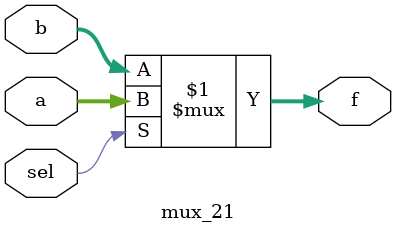
<source format=v>
 module mux_21(a,b,sel,f);
 input [3:0]a;
 input [3:0]b;
 input sel;
 output [3:0]f;
 assign f=sel?a:b;
 endmodule
</source>
